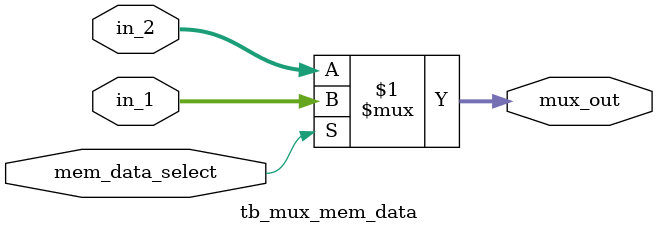
<source format=v>
module tb_mux_mem_data 
(
	input [15:0] in_1,
	input [15:0] in_2,
    input mem_data_select,
	output  [15:0] mux_out
	);

    assign mux_out = mem_data_select ? in_1 : in_2;
				  
endmodule	
</source>
